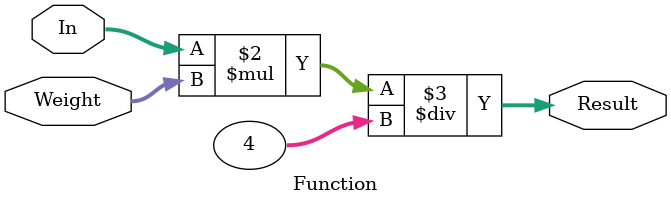
<source format=v>
/*
Author: sanket nyayadhish
date : 28 gust 2018
Implementation of an artificial neuron in Verilog
*/

module Function (
                  input[31:0] In,
                  input [3:0]Weight,
                  output [31:0]Result
                  );
                  
                  
wire[31:0] In;
wire [3:0] Weight;
reg [31:0] Result;
                  
                  always@(*)
                  begin
                  
                   Result = (In*Weight)/4;
                  
                  end
                  
                  endmodule

</source>
